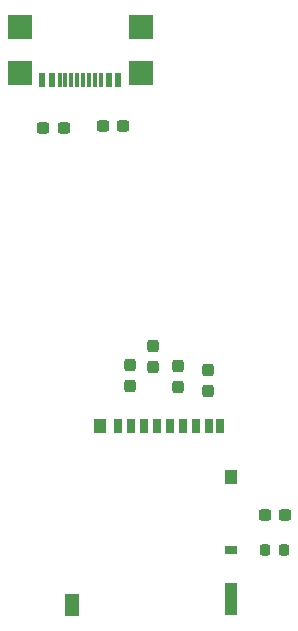
<source format=gbr>
%TF.GenerationSoftware,KiCad,Pcbnew,8.0.1*%
%TF.CreationDate,2024-07-17T12:18:51+09:00*%
%TF.ProjectId,Avi_73J_ParaBoard_v2,4176695f-3733-44a5-9f50-617261426f61,rev?*%
%TF.SameCoordinates,Original*%
%TF.FileFunction,Paste,Bot*%
%TF.FilePolarity,Positive*%
%FSLAX46Y46*%
G04 Gerber Fmt 4.6, Leading zero omitted, Abs format (unit mm)*
G04 Created by KiCad (PCBNEW 8.0.1) date 2024-07-17 12:18:51*
%MOMM*%
%LPD*%
G01*
G04 APERTURE LIST*
G04 Aperture macros list*
%AMRoundRect*
0 Rectangle with rounded corners*
0 $1 Rounding radius*
0 $2 $3 $4 $5 $6 $7 $8 $9 X,Y pos of 4 corners*
0 Add a 4 corners polygon primitive as box body*
4,1,4,$2,$3,$4,$5,$6,$7,$8,$9,$2,$3,0*
0 Add four circle primitives for the rounded corners*
1,1,$1+$1,$2,$3*
1,1,$1+$1,$4,$5*
1,1,$1+$1,$6,$7*
1,1,$1+$1,$8,$9*
0 Add four rect primitives between the rounded corners*
20,1,$1+$1,$2,$3,$4,$5,0*
20,1,$1+$1,$4,$5,$6,$7,0*
20,1,$1+$1,$6,$7,$8,$9,0*
20,1,$1+$1,$8,$9,$2,$3,0*%
G04 Aperture macros list end*
%ADD10RoundRect,0.237500X0.237500X-0.300000X0.237500X0.300000X-0.237500X0.300000X-0.237500X-0.300000X0*%
%ADD11R,2.159000X2.006600*%
%ADD12R,0.609600X1.143000*%
%ADD13R,0.304800X1.143000*%
%ADD14RoundRect,0.237500X-0.237500X0.300000X-0.237500X-0.300000X0.237500X-0.300000X0.237500X0.300000X0*%
%ADD15RoundRect,0.237500X0.300000X0.237500X-0.300000X0.237500X-0.300000X-0.237500X0.300000X-0.237500X0*%
%ADD16R,0.700000X1.200000*%
%ADD17R,1.000000X0.800000*%
%ADD18R,1.000000X2.800000*%
%ADD19R,1.000000X1.200000*%
%ADD20R,1.300000X1.900000*%
%ADD21RoundRect,0.237500X-0.300000X-0.237500X0.300000X-0.237500X0.300000X0.237500X-0.300000X0.237500X0*%
%ADD22RoundRect,0.218750X0.218750X0.256250X-0.218750X0.256250X-0.218750X-0.256250X0.218750X-0.256250X0*%
G04 APERTURE END LIST*
D10*
%TO.C,C2*%
X162400000Y-104537500D03*
X162400000Y-102812500D03*
%TD*%
D11*
%TO.C,J2*%
X151140000Y-79687800D03*
X161360000Y-79687800D03*
X151140000Y-75757800D03*
X161360000Y-75757800D03*
D12*
X153049999Y-80262800D03*
X153850000Y-80262800D03*
D13*
X155000000Y-80262800D03*
X156000000Y-80262800D03*
X156500000Y-80262800D03*
X157500000Y-80262800D03*
D12*
X158650000Y-80262800D03*
X159449999Y-80262800D03*
D13*
X157999999Y-80262800D03*
X157000001Y-80262800D03*
X155499999Y-80262800D03*
X154500001Y-80262800D03*
%TD*%
D14*
%TO.C,R5*%
X164500000Y-104525000D03*
X164500000Y-106250000D03*
%TD*%
D15*
%TO.C,R12*%
X159862500Y-84200000D03*
X158137500Y-84200000D03*
%TD*%
D16*
%TO.C,J1*%
X159450000Y-109600000D03*
X160550000Y-109600000D03*
X161650000Y-109600000D03*
X162750000Y-109600000D03*
X163850000Y-109600000D03*
X164950000Y-109600000D03*
X166050000Y-109600000D03*
X167150000Y-109600000D03*
X168100000Y-109600000D03*
D17*
X169050000Y-120100000D03*
D18*
X169050000Y-124250000D03*
D19*
X169050000Y-113900000D03*
X157900000Y-109600000D03*
D20*
X155550000Y-124700000D03*
%TD*%
D14*
%TO.C,R3*%
X160500000Y-104437500D03*
X160500000Y-106162500D03*
%TD*%
%TO.C,R4*%
X167100000Y-104837500D03*
X167100000Y-106562500D03*
%TD*%
D21*
%TO.C,R7*%
X171862500Y-117100000D03*
X173587500Y-117100000D03*
%TD*%
D22*
%TO.C,D1*%
X173500000Y-120100000D03*
X171925000Y-120100000D03*
%TD*%
D15*
%TO.C,R11*%
X154862500Y-84300000D03*
X153137500Y-84300000D03*
%TD*%
M02*

</source>
